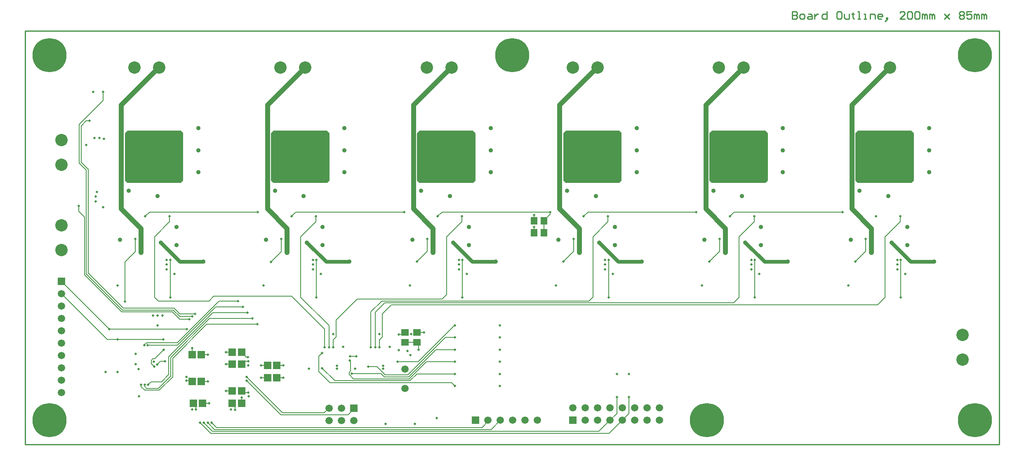
<source format=gbl>
%FSLAX44Y44*%
%MOMM*%
G71*
G01*
G75*
G04 Layer_Physical_Order=4*
G04 Layer_Color=16711680*
%ADD10R,1.6000X1.5000*%
%ADD11R,1.5000X1.4000*%
%ADD12R,1.4000X1.5000*%
%ADD13R,0.6500X1.1000*%
%ADD14R,1.5000X1.6000*%
%ADD15R,1.1000X0.6500*%
%ADD16R,0.9500X3.2000*%
%ADD17R,10.5000X8.3000*%
%ADD18R,1.8000X3.5000*%
%ADD19R,1.9000X1.5000*%
%ADD20O,0.4000X2.2500*%
%ADD21R,0.9000X0.6500*%
%ADD22O,1.7000X0.3500*%
%ADD23O,0.5500X1.7500*%
%ADD24O,1.7500X0.5500*%
%ADD25R,2.5000X3.8500*%
%ADD26R,1.5000X2.8000*%
%ADD27R,1.0000X3.0500*%
%ADD28R,5.5500X6.5000*%
%ADD29R,2.1000X5.6000*%
%ADD30R,2.1000X1.4000*%
%ADD31C,0.2000*%
%ADD32C,1.5000*%
%ADD33C,0.8000*%
%ADD34C,1.2000*%
%ADD35C,0.7500*%
%ADD36C,1.0000*%
%ADD37C,0.2540*%
%ADD38R,1.5000X1.5000*%
%ADD39C,1.5000*%
%ADD40R,1.5000X1.5000*%
%ADD41C,1.0000*%
%ADD42C,7.0000*%
%ADD43C,2.5400*%
%ADD44C,0.5000*%
%ADD45C,0.9000*%
%ADD46C,1.0160*%
%ADD47C,1.9160*%
G04:AMPARAMS|DCode=48|XSize=2.424mm|YSize=2.424mm|CornerRadius=0mm|HoleSize=0mm|Usage=FLASHONLY|Rotation=0.000|XOffset=0mm|YOffset=0mm|HoleType=Round|Shape=Relief|Width=0.254mm|Gap=0.254mm|Entries=4|*
%AMTHD48*
7,0,0,2.4240,1.9160,0.2540,45*
%
%ADD48THD48*%
%ADD49C,1.3160*%
%ADD50C,4.5160*%
%ADD51C,2.5160*%
G04:AMPARAMS|DCode=52|XSize=3.024mm|YSize=3.024mm|CornerRadius=0mm|HoleSize=0mm|Usage=FLASHONLY|Rotation=0.000|XOffset=0mm|YOffset=0mm|HoleType=Round|Shape=Relief|Width=0.254mm|Gap=0.254mm|Entries=4|*
%AMTHD52*
7,0,0,3.0240,2.5160,0.2540,45*
%
%ADD52THD52*%
%ADD53C,1.2160*%
%ADD54C,1.5160*%
G36*
X2375000Y2465000D02*
X2375000D01*
Y2367500D01*
X2370000Y2362500D01*
X2260000D01*
X2255060Y2367440D01*
Y2464940D01*
X2255060Y2464940D01*
D01*
X2260000Y2470000D01*
X2370000D01*
X2375000Y2465000D01*
D02*
G37*
G36*
X2075000D02*
X2075000D01*
Y2367500D01*
X2070000Y2362500D01*
X1960000D01*
X1955060Y2367440D01*
Y2464940D01*
X1955060Y2464940D01*
D01*
X1960000Y2470000D01*
X2070000D01*
X2075000Y2465000D01*
D02*
G37*
G36*
X1775000D02*
X1775000D01*
Y2367500D01*
X1770000Y2362500D01*
X1660000D01*
X1655060Y2367440D01*
Y2464940D01*
X1655060Y2464940D01*
D01*
X1660000Y2470000D01*
X1770000D01*
X1775000Y2465000D01*
D02*
G37*
G36*
X3275000D02*
X3275000D01*
Y2367500D01*
X3270000Y2362500D01*
X3160000D01*
X3155060Y2367440D01*
Y2464940D01*
X3155060Y2464940D01*
D01*
X3160000Y2470000D01*
X3270000D01*
X3275000Y2465000D01*
D02*
G37*
G36*
X2975000D02*
X2975000D01*
Y2367500D01*
X2970000Y2362500D01*
X2860000D01*
X2855060Y2367440D01*
Y2464940D01*
X2855060Y2464940D01*
D01*
X2860000Y2470000D01*
X2970000D01*
X2975000Y2465000D01*
D02*
G37*
G36*
X2675000D02*
X2675000D01*
Y2367500D01*
X2670000Y2362500D01*
X2560000D01*
X2555060Y2367440D01*
Y2464940D01*
X2555060Y2464940D01*
D01*
X2560000Y2470000D01*
X2670000D01*
X2675000Y2465000D01*
D02*
G37*
D11*
X2230000Y2035000D02*
D03*
Y2055000D02*
D03*
X2255000Y2035000D02*
D03*
Y2055000D02*
D03*
D12*
X2495000Y2285000D02*
D03*
X2515000D02*
D03*
Y2260000D02*
D03*
X2495000D02*
D03*
D14*
X1812000Y2010000D02*
D03*
X1793000D02*
D03*
X1875500Y1990000D02*
D03*
X1894500D02*
D03*
X1875500Y2015000D02*
D03*
X1894500D02*
D03*
X1967000Y1962500D02*
D03*
X1948000D02*
D03*
X1948000Y1987500D02*
D03*
X1967000D02*
D03*
X1812000Y1955000D02*
D03*
X1793000D02*
D03*
X1814500Y1910000D02*
D03*
X1795500D02*
D03*
X1894500D02*
D03*
X1875500D02*
D03*
X1875500Y1935000D02*
D03*
X1894500D02*
D03*
D31*
X1709025Y1990975D02*
X1715000Y1985000D01*
X1709025Y1990975D02*
Y1997753D01*
X1715975Y2000975D02*
X1735000Y2020000D01*
X1712247Y2000975D02*
X1715975D01*
X1709025Y1997753D02*
X1712247Y2000975D01*
X1640000Y2041000D02*
X1734000D01*
X1618600D02*
X1640000D01*
X1525000Y2160000D02*
X1623004Y2061996D01*
X1781996D01*
X1525000Y2134600D02*
X1618600Y2041000D01*
X2616000Y2128500D02*
Y2252000D01*
X2607500Y2120000D02*
X2616000Y2128500D01*
X2182500Y2120000D02*
X2607500D01*
X1565328Y2479672D02*
X1575907Y2490250D01*
X1565328Y2405328D02*
Y2479672D01*
X1561328Y2403672D02*
Y2482828D01*
X1610250Y2531750D02*
Y2550250D01*
X1561328Y2482828D02*
X1610250Y2531750D01*
X2071500Y1897500D02*
X2074200D01*
X2064000Y1890000D02*
X2071500Y1897500D01*
X1979000Y1890000D02*
X2064000D01*
X1905000Y1964000D02*
X1979000Y1890000D01*
X2113500Y1886000D02*
X2125000Y1897500D01*
X1975000Y1886000D02*
X2113500D01*
X1905000Y1956000D02*
X1975000Y1886000D01*
X1967000Y1987500D02*
X1967000Y1987500D01*
X1980000D01*
X1967000Y1962500D02*
X1967000Y1962500D01*
X1980000D01*
X1894500Y1921500D02*
X1895000Y1922000D01*
X1894500Y1910000D02*
Y1921500D01*
X1716000Y2127500D02*
X1723500Y2120000D01*
X1716000Y2127500D02*
Y2252000D01*
X1723500Y2120000D02*
X1827500D01*
X1862500Y1935000D02*
X1875500D01*
X1814500Y1910000D02*
X1827500D01*
X1812000Y2010000D02*
X1825000D01*
X1812000Y1955000D02*
X1825000D01*
X1895000Y1993000D02*
X1898000Y1996000D01*
X1908000D01*
X1793000Y2010000D02*
Y2023000D01*
X1792000Y1956000D02*
X1793000Y1955000D01*
X1781000Y1956000D02*
X1792000D01*
X1801000Y1897000D02*
Y1906000D01*
Y1897000D02*
X1801000Y1897000D01*
X1721000Y1989000D02*
X1728000Y1996000D01*
X1737000D01*
X1935000Y1962500D02*
X1948000D01*
X1935000Y1987500D02*
X1948000D01*
X1881000Y1896500D02*
Y1904500D01*
X1894500Y1935000D02*
X1897500Y1932000D01*
X1908000D01*
X2647000Y2283000D02*
Y2294000D01*
X2616000Y2252000D02*
X2647000Y2283000D01*
X2916000Y2127500D02*
Y2252000D01*
X2947000Y2283000D02*
Y2294000D01*
X2916000Y2252000D02*
X2947000Y2283000D01*
X3216000Y2127500D02*
Y2252000D01*
X3247000Y2283000D02*
Y2294000D01*
X3216000Y2252000D02*
X3247000Y2283000D01*
X2948000Y2127000D02*
Y2204000D01*
X3248000Y2127000D02*
Y2204000D01*
X2648000Y2127000D02*
Y2204000D01*
X2348000Y2127000D02*
Y2204000D01*
X2048000Y2127000D02*
Y2204000D01*
X1748000Y2127000D02*
Y2204000D01*
X1676000Y2221000D02*
Y2248000D01*
X1655000Y2200000D02*
X1676000Y2221000D01*
X1655000Y2119000D02*
Y2200000D01*
X2255000Y2201000D02*
X2276000Y2222000D01*
Y2248000D01*
Y2249000D01*
X1955000Y2200000D02*
X1976000Y2221000D01*
Y2248000D01*
X2555000Y2201000D02*
X2576000Y2222000D01*
Y2248000D02*
Y2249000D01*
Y2222000D02*
Y2248000D01*
X2855000Y2201000D02*
X2876000Y2222000D01*
Y2248000D01*
Y2249000D01*
X3155000Y2201000D02*
X3176000Y2222000D01*
Y2248000D01*
Y2249000D01*
X1695475Y1944525D02*
Y1948000D01*
X1688475Y1943525D02*
Y1948000D01*
X1695150Y2029000D02*
Y2029778D01*
X1699872Y2034500D01*
X1762500D01*
X1848000Y2120000D01*
X1887000D01*
X1841657Y2108000D02*
X1897000D01*
X1835314Y2096000D02*
X1907000D01*
X1828970Y2084000D02*
X1917000D01*
X1822627Y2072000D02*
X1927000D01*
X1753000Y1963686D02*
Y2002373D01*
X1822627Y2072000D01*
X1749000Y1965343D02*
Y2004030D01*
X1828970Y2084000D01*
X1745000Y2005686D02*
X1835314Y2096000D01*
X1762657Y2029000D02*
X1841657Y2108000D01*
X1702150Y2029000D02*
X1762657D01*
X1862500Y1990000D02*
X1875500D01*
X1862500Y2015000D02*
X1875500D01*
X1904500Y2005000D02*
X1907500D01*
X1894500Y2015000D02*
X1904500Y2005000D01*
X2117500Y2006500D02*
X2130000D01*
X2016000Y2127500D02*
Y2252000D01*
X2047000Y2283000D01*
Y2294000D01*
X1716000Y2252000D02*
X1747000Y2283000D01*
Y2294000D01*
X2316000Y2252000D02*
X2347000Y2283000D01*
Y2294000D01*
X2160000Y2097500D02*
X2182500Y2120000D01*
X2160000Y2025000D02*
Y2097500D01*
X2904500Y2116000D02*
X2916000Y2127500D01*
X2188500Y2116000D02*
X2904500D01*
X2169000Y2025000D02*
Y2096500D01*
X2188500Y2116000D01*
X3200500Y2112000D02*
X3216000Y2127500D01*
X2202000Y2112000D02*
X3200500D01*
X2183500Y2093500D02*
X2202000Y2112000D01*
X2183500Y2046500D02*
Y2093500D01*
X2177500Y2040500D02*
X2183500Y2046500D01*
X2177500Y2025000D02*
Y2040500D01*
X2088500Y2081000D02*
X2131500Y2124000D01*
X2088500Y2046500D02*
Y2081000D01*
X2082500Y2025000D02*
Y2040500D01*
X2088500Y2046500D01*
X2016000Y2127500D02*
X2074000Y2069500D01*
Y2025000D02*
Y2069500D01*
X1827500Y2120000D02*
X1837500Y2130000D01*
X1997500D01*
X2065000Y2062500D01*
Y2025000D02*
Y2062500D01*
X2257995Y2019996D02*
Y2032005D01*
X2255000Y2035000D02*
X2257995Y2032005D01*
X2230000Y2035000D02*
X2255000D01*
Y2055000D02*
X2269000D01*
X2226000Y2051000D02*
X2230000Y2055000D01*
X2217000Y2051000D02*
X2226000D01*
X1706000Y2303000D02*
X1928000D01*
X1697000Y2294000D02*
X1706000Y2303000D01*
X2006000D02*
X2228000D01*
X1997000Y2294000D02*
X2006000Y2303000D01*
X2306000D02*
X2528000D01*
X2297000Y2294000D02*
X2306000Y2303000D01*
X2606000D02*
X2828000D01*
X2597000Y2294000D02*
X2606000Y2303000D01*
X2906000D02*
X3128000D01*
X2897000Y2294000D02*
X2906000Y2303000D01*
X2515000Y2260000D02*
Y2285000D01*
X2528000Y2298000D01*
Y2303000D01*
X2495000Y2260000D02*
Y2272000D01*
Y2285000D02*
Y2297000D01*
X1767500Y2082500D02*
X1787500D01*
X1752500Y2097500D02*
X1767500Y2082500D01*
X1648686Y2097500D02*
X1752500D01*
X1572000Y2174186D02*
X1648686Y2097500D01*
X1572000Y2174186D02*
Y2292500D01*
X1560000Y2304500D02*
X1572000Y2292500D01*
X1560000Y2304500D02*
Y2315000D01*
X1565328Y2405328D02*
X1580000Y2390657D01*
X1561328Y2403672D02*
X1576000Y2389000D01*
X1580000Y2177500D02*
Y2390657D01*
X1652000Y2105500D02*
X1755814D01*
X1580000Y2177500D02*
X1652000Y2105500D01*
X1755814D02*
X1767500Y2093814D01*
X1798814D01*
X1576000Y2175843D02*
Y2389000D01*
Y2175843D02*
X1650343Y2101500D01*
X1754157D01*
X1767500Y2088157D02*
X1793157D01*
X1754157Y2101500D02*
X1767500Y2088157D01*
X1575907Y2490250D02*
X1582750D01*
X1745000Y1968722D02*
Y2005686D01*
X1702475Y1948000D02*
X1708475Y1954000D01*
X1730278D01*
X1745000Y1968722D01*
X1695500Y1936500D02*
X1725814D01*
X1695475Y1944525D02*
X1699500Y1940500D01*
X1724157D01*
X1749000Y1965343D01*
X1688475Y1943525D02*
X1695500Y1936500D01*
X1725814D02*
X1753000Y1963686D01*
X1833000Y1870000D02*
X1843000Y1860000D01*
X2388000D01*
X1825000Y1870000D02*
X1839000Y1856000D01*
X2388000Y1860000D02*
X2400400Y1872400D01*
Y1875000D01*
X1839000Y1856000D02*
X2406800D01*
X2425800Y1875000D01*
X2155000Y1985000D02*
X2172500D01*
X2179278Y1978222D01*
X2179500D01*
X2117000Y1998000D02*
X2118722Y1996278D01*
X2115500Y1968722D02*
Y1973278D01*
X2118722Y1976500D01*
Y1996278D01*
X2053000Y1975000D02*
Y2006000D01*
X2060000Y2013000D01*
X2215000Y1995000D02*
X2257000D01*
X2332000Y2070000D01*
X2332500D01*
X2312657Y2045000D02*
X2332500D01*
X2293314Y2020000D02*
X2332500D01*
X2273970Y1995000D02*
X2332500D01*
X2254627Y1970000D02*
X2332500D01*
X2665000Y1888800D02*
Y1922500D01*
X2651200Y1875000D02*
X2665000Y1888800D01*
X2690000Y1888400D02*
Y1922500D01*
X2676600Y1875000D02*
X2690000Y1888400D01*
X1817000Y1870000D02*
X1835000Y1852000D01*
X2628200D01*
X2651200Y1875000D01*
X1809000Y1870000D02*
X1831000Y1848000D01*
X2649600D01*
X2676600Y1875000D01*
X2121000Y1971000D02*
X2181065D01*
X2179500Y1978222D02*
X2189722Y1968000D01*
X2235657D01*
X2312657Y2045000D01*
X2188065Y1964000D02*
X2237314D01*
X2124222Y1960000D02*
X2238970D01*
X2086000Y1956000D02*
X2240627D01*
X2181065Y1971000D02*
X2188065Y1964000D01*
X2237314D02*
X2293314Y2020000D01*
X2238970Y1960000D02*
X2273970Y1995000D01*
X2240627Y1956000D02*
X2254627Y1970000D01*
X2325500Y1952000D02*
X2332500Y1945000D01*
X2115500Y1968722D02*
X2124222Y1960000D01*
X2053000Y1975000D02*
X2076000Y1952000D01*
X2060000Y1982000D02*
X2086000Y1956000D01*
X2076000Y1952000D02*
X2325500D01*
X2131500Y2124000D02*
X2306500D01*
X2316000Y2133500D01*
Y2252000D01*
D33*
X1768000Y2201000D02*
X1816000D01*
X1729000Y2240000D02*
X1768000Y2201000D01*
X2068000D02*
X2116000D01*
X2029000Y2240000D02*
X2068000Y2201000D01*
X2368000D02*
X2416000D01*
X2329000Y2240000D02*
X2368000Y2201000D01*
X2668000D02*
X2716000D01*
X2629000Y2240000D02*
X2668000Y2201000D01*
X2968000D02*
X3016000D01*
X2929000Y2240000D02*
X2968000Y2201000D01*
X3229000Y2240000D02*
X3268000Y2201000D01*
X3316000D01*
D36*
X3148000Y2523000D02*
X3225000Y2600000D01*
X3148000Y2309000D02*
Y2523000D01*
X2848000D02*
X2925200Y2600200D01*
X2848000Y2309000D02*
Y2523000D01*
X2548000Y2523000D02*
X2625000Y2600000D01*
X2548000Y2309000D02*
Y2523000D01*
X2248000Y2523000D02*
X2325000Y2600000D01*
X2248000Y2309000D02*
Y2523000D01*
X1948000Y2523000D02*
X2025000Y2600000D01*
X1948000Y2309000D02*
Y2523000D01*
X1648000D02*
X1725000Y2600000D01*
X1648000Y2309000D02*
Y2523000D01*
X1948000Y2309000D02*
X1988000Y2269000D01*
Y2219250D02*
Y2269000D01*
X2248000Y2309000D02*
X2288000Y2269000D01*
Y2219250D02*
Y2269000D01*
X2548000Y2309000D02*
X2588000Y2269000D01*
Y2219250D02*
Y2269000D01*
X2848000Y2309000D02*
X2888000Y2269000D01*
Y2219250D02*
Y2269000D01*
X3148000Y2309000D02*
X3188000Y2269000D01*
Y2219250D02*
Y2269000D01*
X1688000Y2219250D02*
Y2269000D01*
X1648000Y2309000D02*
X1688000Y2269000D01*
D37*
X1450000Y1825000D02*
Y2675000D01*
Y1825000D02*
X3450000D01*
Y2675000D01*
X1450000D02*
X3450000D01*
X3025000Y2715235D02*
Y2700000D01*
X3032617D01*
X3035157Y2702539D01*
Y2705078D01*
X3032617Y2707617D01*
X3025000D01*
X3032617D01*
X3035157Y2710157D01*
Y2712696D01*
X3032617Y2715235D01*
X3025000D01*
X3042774Y2700000D02*
X3047852D01*
X3050392Y2702539D01*
Y2707617D01*
X3047852Y2710157D01*
X3042774D01*
X3040235Y2707617D01*
Y2702539D01*
X3042774Y2700000D01*
X3058009Y2710157D02*
X3063088D01*
X3065627Y2707617D01*
Y2700000D01*
X3058009D01*
X3055470Y2702539D01*
X3058009Y2705078D01*
X3065627D01*
X3070705Y2710157D02*
Y2700000D01*
Y2705078D01*
X3073244Y2707617D01*
X3075784Y2710157D01*
X3078323D01*
X3096097Y2715235D02*
Y2700000D01*
X3088480D01*
X3085940Y2702539D01*
Y2707617D01*
X3088480Y2710157D01*
X3096097D01*
X3124028Y2715235D02*
X3118950D01*
X3116411Y2712696D01*
Y2702539D01*
X3118950Y2700000D01*
X3124028D01*
X3126567Y2702539D01*
Y2712696D01*
X3124028Y2715235D01*
X3131646Y2710157D02*
Y2702539D01*
X3134185Y2700000D01*
X3141802D01*
Y2710157D01*
X3149420Y2712696D02*
Y2710157D01*
X3146880D01*
X3151959D01*
X3149420D01*
Y2702539D01*
X3151959Y2700000D01*
X3159576D02*
X3164655D01*
X3162115D01*
Y2715235D01*
X3159576D01*
X3172272Y2700000D02*
X3177351D01*
X3174811D01*
Y2710157D01*
X3172272D01*
X3184968Y2700000D02*
Y2710157D01*
X3192586D01*
X3195125Y2707617D01*
Y2700000D01*
X3207821D02*
X3202743D01*
X3200203Y2702539D01*
Y2707617D01*
X3202743Y2710157D01*
X3207821D01*
X3210360Y2707617D01*
Y2705078D01*
X3200203D01*
X3217978Y2697461D02*
X3220517Y2700000D01*
Y2702539D01*
X3217978D01*
Y2700000D01*
X3220517D01*
X3217978Y2697461D01*
X3215439Y2694922D01*
X3256065Y2700000D02*
X3245909D01*
X3256065Y2710157D01*
Y2712696D01*
X3253526Y2715235D01*
X3248448D01*
X3245909Y2712696D01*
X3261143D02*
X3263683Y2715235D01*
X3268761D01*
X3271300Y2712696D01*
Y2702539D01*
X3268761Y2700000D01*
X3263683D01*
X3261143Y2702539D01*
Y2712696D01*
X3276379D02*
X3278918Y2715235D01*
X3283996D01*
X3286535Y2712696D01*
Y2702539D01*
X3283996Y2700000D01*
X3278918D01*
X3276379Y2702539D01*
Y2712696D01*
X3291614Y2700000D02*
Y2710157D01*
X3294153D01*
X3296692Y2707617D01*
Y2700000D01*
Y2707617D01*
X3299231Y2710157D01*
X3301771Y2707617D01*
Y2700000D01*
X3306849D02*
Y2710157D01*
X3309388D01*
X3311927Y2707617D01*
Y2700000D01*
Y2707617D01*
X3314466Y2710157D01*
X3317006Y2707617D01*
Y2700000D01*
X3337319Y2710157D02*
X3347476Y2700000D01*
X3342397Y2705078D01*
X3347476Y2710157D01*
X3337319Y2700000D01*
X3367789Y2712696D02*
X3370328Y2715235D01*
X3375406D01*
X3377946Y2712696D01*
Y2710157D01*
X3375406Y2707617D01*
X3377946Y2705078D01*
Y2702539D01*
X3375406Y2700000D01*
X3370328D01*
X3367789Y2702539D01*
Y2705078D01*
X3370328Y2707617D01*
X3367789Y2710157D01*
Y2712696D01*
X3370328Y2707617D02*
X3375406D01*
X3393181Y2715235D02*
X3383024D01*
Y2707617D01*
X3388102Y2710157D01*
X3390642D01*
X3393181Y2707617D01*
Y2702539D01*
X3390642Y2700000D01*
X3385563D01*
X3383024Y2702539D01*
X3398259Y2700000D02*
Y2710157D01*
X3400798D01*
X3403338Y2707617D01*
Y2700000D01*
Y2707617D01*
X3405877Y2710157D01*
X3408416Y2707617D01*
Y2700000D01*
X3413494D02*
Y2710157D01*
X3416034D01*
X3418573Y2707617D01*
Y2700000D01*
Y2707617D01*
X3421112Y2710157D01*
X3423651Y2707617D01*
Y2700000D01*
D38*
X2125000Y1900000D02*
D03*
X2375000Y1875000D02*
D03*
X2575000D02*
D03*
D39*
X2125000Y1874600D02*
D03*
X2099600Y1900000D02*
D03*
Y1874600D02*
D03*
X2074200Y1900000D02*
D03*
Y1874600D02*
D03*
X1525000Y2109200D02*
D03*
Y1931400D02*
D03*
Y1956800D02*
D03*
Y1982200D02*
D03*
Y2007600D02*
D03*
Y2033000D02*
D03*
Y2058400D02*
D03*
Y2083800D02*
D03*
Y2134600D02*
D03*
X2400400Y1875000D02*
D03*
X2425800D02*
D03*
X2451200D02*
D03*
X2476600D02*
D03*
X2502000D02*
D03*
X2575000Y1900400D02*
D03*
X2600400Y1875000D02*
D03*
Y1900400D02*
D03*
X2625800Y1875000D02*
D03*
Y1900400D02*
D03*
X2651200Y1875000D02*
D03*
Y1900400D02*
D03*
X2676600Y1875000D02*
D03*
Y1900400D02*
D03*
X2702000Y1875000D02*
D03*
Y1900400D02*
D03*
X2727400Y1875000D02*
D03*
Y1900400D02*
D03*
X2752800Y1875000D02*
D03*
Y1900400D02*
D03*
X2230000Y1980000D02*
D03*
Y1940000D02*
D03*
D40*
X1525000Y2160000D02*
D03*
D41*
X2863120Y1897730D02*
D03*
X2872733Y1888125D02*
D03*
X2863120Y1852270D02*
D03*
X2872730Y1861880D02*
D03*
X2836880Y1852270D02*
D03*
X2827270Y1861880D02*
D03*
X2836875Y1897733D02*
D03*
X2827270Y1888120D02*
D03*
X2850000Y1848750D02*
D03*
X2876250Y1875000D02*
D03*
X2850000Y1901250D02*
D03*
X2823750Y1875000D02*
D03*
X3413120Y1897730D02*
D03*
X3422733Y1888125D02*
D03*
X3413120Y1852270D02*
D03*
X3422730Y1861880D02*
D03*
X3386880Y1852270D02*
D03*
X3377270Y1861880D02*
D03*
X3386875Y1897733D02*
D03*
X3377270Y1888120D02*
D03*
X3400000Y1848750D02*
D03*
X3426250Y1875000D02*
D03*
X3400000Y1901250D02*
D03*
X3373750Y1875000D02*
D03*
X3413120Y2647730D02*
D03*
X3422733Y2638125D02*
D03*
X3413120Y2602270D02*
D03*
X3422730Y2611880D02*
D03*
X3386880Y2602270D02*
D03*
X3377270Y2611880D02*
D03*
X3386875Y2647733D02*
D03*
X3377270Y2638120D02*
D03*
X3400000Y2598750D02*
D03*
X3426250Y2625000D02*
D03*
X3400000Y2651250D02*
D03*
X3373750Y2625000D02*
D03*
X2463120Y2647730D02*
D03*
X2472733Y2638125D02*
D03*
X2463120Y2602270D02*
D03*
X2472730Y2611880D02*
D03*
X2436880Y2602270D02*
D03*
X2427270Y2611880D02*
D03*
X2436875Y2647733D02*
D03*
X2427270Y2638120D02*
D03*
X2450000Y2598750D02*
D03*
X2476250Y2625000D02*
D03*
X2450000Y2651250D02*
D03*
X2423750Y2625000D02*
D03*
X1513120Y2647730D02*
D03*
X1522733Y2638125D02*
D03*
X1513120Y2602270D02*
D03*
X1522730Y2611880D02*
D03*
X1486880Y2602270D02*
D03*
X1477270Y2611880D02*
D03*
X1486875Y2647733D02*
D03*
X1477270Y2638120D02*
D03*
X1500000Y2598750D02*
D03*
X1526250Y2625000D02*
D03*
X1500000Y2651250D02*
D03*
X1473750Y2625000D02*
D03*
X1513120Y1897730D02*
D03*
X1522733Y1888125D02*
D03*
X1513120Y1852270D02*
D03*
X1522730Y1861880D02*
D03*
X1486880Y1852270D02*
D03*
X1477270Y1861880D02*
D03*
X1486875Y1897733D02*
D03*
X1477270Y1888120D02*
D03*
X1500000Y1848750D02*
D03*
X1526250Y1875000D02*
D03*
X1500000Y1901250D02*
D03*
X1473750Y1875000D02*
D03*
D42*
X2850000D02*
D03*
X3400000D02*
D03*
Y2625000D02*
D03*
X2450000D02*
D03*
X1500000D02*
D03*
Y1875000D02*
D03*
D43*
X1525000Y2275400D02*
D03*
Y2224600D02*
D03*
Y2450400D02*
D03*
Y2399600D02*
D03*
X1674600Y2600000D02*
D03*
X1725400D02*
D03*
X3174600D02*
D03*
X3225400D02*
D03*
X2874600D02*
D03*
X2925400D02*
D03*
X2574600D02*
D03*
X2625400D02*
D03*
X2274600D02*
D03*
X2325400D02*
D03*
X1974600D02*
D03*
X2025400D02*
D03*
X3375000Y1999600D02*
D03*
Y2050400D02*
D03*
D44*
X1735000Y2020000D02*
D03*
X1715000Y1985000D02*
D03*
X1640000Y1974250D02*
D03*
X1615000D02*
D03*
X1640000Y2041000D02*
D03*
X1623004Y2061996D02*
D03*
X1781996D02*
D03*
X1734000Y2041000D02*
D03*
X2892000Y2424500D02*
D03*
Y2404500D02*
D03*
Y2384500D02*
D03*
X2922000Y2424500D02*
D03*
Y2404500D02*
D03*
Y2384500D02*
D03*
X2952000Y2424500D02*
D03*
Y2404500D02*
D03*
Y2384500D02*
D03*
X1895000Y1922000D02*
D03*
X2295000Y1879000D02*
D03*
X1905000Y1964000D02*
D03*
Y1956000D02*
D03*
X2242864Y2052000D02*
D03*
X2235000Y2017007D02*
D03*
X2348000Y2204000D02*
D03*
X2048000D02*
D03*
X1748000D02*
D03*
X1862500Y1935000D02*
D03*
X1827500Y1910000D02*
D03*
X1825000Y2010000D02*
D03*
Y1955000D02*
D03*
X1908000Y1996000D02*
D03*
X1793000Y2023000D02*
D03*
X1781000Y1956000D02*
D03*
X1801000Y1897000D02*
D03*
X1721000Y1989000D02*
D03*
X1737000Y1996000D02*
D03*
X1741000Y2204000D02*
D03*
Y2195000D02*
D03*
Y2185000D02*
D03*
X1697000Y2294000D02*
D03*
X1676000Y2248000D02*
D03*
X1640000Y2152000D02*
D03*
X1757000Y2176000D02*
D03*
X2041000Y2204000D02*
D03*
Y2195000D02*
D03*
Y2185000D02*
D03*
X1997000Y2294000D02*
D03*
X1940000Y2152000D02*
D03*
X2057000Y2176000D02*
D03*
X2341000Y2204000D02*
D03*
Y2195000D02*
D03*
Y2185000D02*
D03*
X2297000Y2294000D02*
D03*
X2240000Y2152000D02*
D03*
X2357000Y2176000D02*
D03*
X2641000Y2204000D02*
D03*
Y2195000D02*
D03*
Y2185000D02*
D03*
X2648000Y2204000D02*
D03*
X2597000Y2294000D02*
D03*
X2540000Y2152000D02*
D03*
X2657000Y2176000D02*
D03*
X2941000Y2204000D02*
D03*
Y2195000D02*
D03*
Y2185000D02*
D03*
X2948000Y2204000D02*
D03*
X2897000Y2294000D02*
D03*
X2840000Y2152000D02*
D03*
X2957000Y2176000D02*
D03*
X3140000Y2152000D02*
D03*
X3197000Y2294000D02*
D03*
X1692000Y2424500D02*
D03*
Y2404500D02*
D03*
Y2384500D02*
D03*
X1722000Y2424500D02*
D03*
Y2404500D02*
D03*
Y2384500D02*
D03*
X1752000Y2424500D02*
D03*
Y2404500D02*
D03*
Y2384500D02*
D03*
X2592000Y2424500D02*
D03*
Y2404500D02*
D03*
Y2384500D02*
D03*
X2622000Y2424500D02*
D03*
Y2404500D02*
D03*
Y2384500D02*
D03*
X2652000Y2424500D02*
D03*
Y2404500D02*
D03*
Y2384500D02*
D03*
X1992000Y2424500D02*
D03*
Y2404500D02*
D03*
Y2384500D02*
D03*
X2022000Y2424500D02*
D03*
Y2404500D02*
D03*
Y2384500D02*
D03*
X2052000Y2424500D02*
D03*
Y2404500D02*
D03*
Y2384500D02*
D03*
X2292000Y2424500D02*
D03*
Y2404500D02*
D03*
Y2384500D02*
D03*
X2322000Y2424500D02*
D03*
Y2404500D02*
D03*
Y2384500D02*
D03*
X2352000Y2424500D02*
D03*
Y2404500D02*
D03*
Y2384500D02*
D03*
X3192000Y2424500D02*
D03*
Y2404500D02*
D03*
Y2384500D02*
D03*
X3222000Y2424500D02*
D03*
Y2404500D02*
D03*
Y2384500D02*
D03*
X3252000Y2424500D02*
D03*
Y2404500D02*
D03*
Y2384500D02*
D03*
X3241000Y2204000D02*
D03*
Y2195000D02*
D03*
Y2185000D02*
D03*
X3248000Y2204000D02*
D03*
X3257000Y2176000D02*
D03*
X1908000Y1988000D02*
D03*
X1980000Y1962500D02*
D03*
Y1987500D02*
D03*
X1935000Y1962500D02*
D03*
Y1987500D02*
D03*
X1677000Y1990000D02*
D03*
X1682775Y1979725D02*
D03*
X1781000Y1964000D02*
D03*
X1793000Y1897000D02*
D03*
X1873000D02*
D03*
X1881000Y1896500D02*
D03*
X1909000Y1924000D02*
D03*
X1908000Y1932000D02*
D03*
X2647000Y2294000D02*
D03*
X2947000D02*
D03*
X3247000D02*
D03*
X2948000Y2127000D02*
D03*
X3248000D02*
D03*
X2648000D02*
D03*
X2348000D02*
D03*
X2048000D02*
D03*
X1748000D02*
D03*
X1655000Y2119000D02*
D03*
X1695150Y2029000D02*
D03*
X1702150D02*
D03*
X1897000Y2108000D02*
D03*
X1887000Y2120000D02*
D03*
X2255000Y2201000D02*
D03*
X2276000Y2248000D02*
D03*
X1955000Y2200000D02*
D03*
X1976000Y2248000D02*
D03*
X1702475Y1948000D02*
D03*
X1907000Y2096000D02*
D03*
X2555000Y2201000D02*
D03*
X2576000Y2248000D02*
D03*
X1695475Y1948000D02*
D03*
X1917000Y2084000D02*
D03*
X2855000Y2201000D02*
D03*
X2876000Y2248000D02*
D03*
X1688475Y1948000D02*
D03*
X1927000Y2072000D02*
D03*
X3155000Y2201000D02*
D03*
X3176000Y2248000D02*
D03*
X1862500Y1990000D02*
D03*
Y2015000D02*
D03*
X1907500Y2005000D02*
D03*
X1722500Y2070000D02*
D03*
Y2090000D02*
D03*
X1732000Y2090500D02*
D03*
X1713000D02*
D03*
X1714525Y1995475D02*
D03*
X2130000Y2006500D02*
D03*
X2117500D02*
D03*
X2074000Y2025000D02*
D03*
X2065000D02*
D03*
X2082500D02*
D03*
X2047000Y2294000D02*
D03*
X1747000D02*
D03*
X2347000D02*
D03*
X2177500Y2025000D02*
D03*
X2160000D02*
D03*
X2169000D02*
D03*
X1677500Y2011250D02*
D03*
X2103500Y2026000D02*
D03*
X2083000Y2052000D02*
D03*
X2178000D02*
D03*
X2198500Y2026000D02*
D03*
X2090000Y1980500D02*
D03*
Y1987000D02*
D03*
X2033000Y1980500D02*
D03*
X2128000D02*
D03*
X2185000D02*
D03*
Y1987000D02*
D03*
X2217000Y2019000D02*
D03*
X2241000Y2009000D02*
D03*
X2257995Y2019996D02*
D03*
X2269000Y2055000D02*
D03*
X2217000Y2051000D02*
D03*
X1928000Y2303000D02*
D03*
X2228000D02*
D03*
X2528000D02*
D03*
X2828000D02*
D03*
X3128000D02*
D03*
X2495000Y2272000D02*
D03*
Y2297000D02*
D03*
X1612250Y2453000D02*
D03*
X1602750Y2455250D02*
D03*
X1592750D02*
D03*
X1575250Y2440250D02*
D03*
X1610000Y2312500D02*
D03*
X1595000Y2325000D02*
D03*
Y2335000D02*
D03*
X1597250Y2344500D02*
D03*
X1590250Y2550250D02*
D03*
X1787500Y2082500D02*
D03*
X1560000Y2315000D02*
D03*
X1798814Y2093814D02*
D03*
X1793157Y2088157D02*
D03*
X1610250Y2550250D02*
D03*
X1582750Y2490250D02*
D03*
X1684000Y1924500D02*
D03*
X1825000Y1870000D02*
D03*
X1833000D02*
D03*
X2190000Y1867500D02*
D03*
X2250000D02*
D03*
X2332500Y1995000D02*
D03*
Y1970000D02*
D03*
Y1945000D02*
D03*
Y2020000D02*
D03*
Y2045000D02*
D03*
Y2070000D02*
D03*
X2121000Y1971000D02*
D03*
X2155000Y1985000D02*
D03*
X2215000Y1995000D02*
D03*
X2425000D02*
D03*
Y1970000D02*
D03*
Y1945000D02*
D03*
Y2020000D02*
D03*
Y2045000D02*
D03*
Y2070000D02*
D03*
X2117000Y1998000D02*
D03*
X2060000Y1982000D02*
D03*
Y2013000D02*
D03*
X2665000Y1922500D02*
D03*
X2690000D02*
D03*
X1817000Y1870000D02*
D03*
X1809000D02*
D03*
X2665000Y1970000D02*
D03*
X2690000D02*
D03*
D45*
X2106000Y2475000D02*
D03*
X2406000D02*
D03*
X2706000D02*
D03*
X3006000D02*
D03*
X3306000D02*
D03*
X1806000D02*
D03*
X1722000Y2336000D02*
D03*
X1816000Y2201000D02*
D03*
X1729000Y2240000D02*
D03*
X1688000Y2219250D02*
D03*
X1645000Y2246000D02*
D03*
X1806000Y2430000D02*
D03*
Y2385000D02*
D03*
X1663000Y2347000D02*
D03*
X1761000Y2272000D02*
D03*
Y2235000D02*
D03*
X2022000Y2336000D02*
D03*
X2116000Y2201000D02*
D03*
X2029000Y2240000D02*
D03*
X1988000Y2219250D02*
D03*
X1945000Y2246000D02*
D03*
X2106000Y2430000D02*
D03*
Y2385000D02*
D03*
X1963000Y2347000D02*
D03*
X2061000Y2272000D02*
D03*
Y2235000D02*
D03*
X2322000Y2336000D02*
D03*
X2416000Y2201000D02*
D03*
X2329000Y2240000D02*
D03*
X2288000Y2219250D02*
D03*
X2245000Y2246000D02*
D03*
X2406000Y2430000D02*
D03*
Y2385000D02*
D03*
X2263000Y2347000D02*
D03*
X2361000Y2272000D02*
D03*
Y2235000D02*
D03*
X2622000Y2336000D02*
D03*
X2716000Y2201000D02*
D03*
X2629000Y2240000D02*
D03*
X2588000Y2219250D02*
D03*
X2545000Y2246000D02*
D03*
X2706000Y2430000D02*
D03*
Y2385000D02*
D03*
X2563000Y2347000D02*
D03*
X2661000Y2272000D02*
D03*
Y2235000D02*
D03*
X2922000Y2336000D02*
D03*
X3016000Y2201000D02*
D03*
X2929000Y2240000D02*
D03*
X2888000Y2219250D02*
D03*
X2845000Y2246000D02*
D03*
X3006000Y2430000D02*
D03*
Y2385000D02*
D03*
X2863000Y2347000D02*
D03*
X2961000Y2272000D02*
D03*
Y2235000D02*
D03*
X3163000Y2347000D02*
D03*
X3306000Y2430000D02*
D03*
Y2385000D02*
D03*
X3261000Y2272000D02*
D03*
Y2235000D02*
D03*
X3188000Y2219250D02*
D03*
X3222000Y2336000D02*
D03*
X3229000Y2240000D02*
D03*
X3316000Y2201000D02*
D03*
X3145000Y2246000D02*
D03*
M02*

</source>
